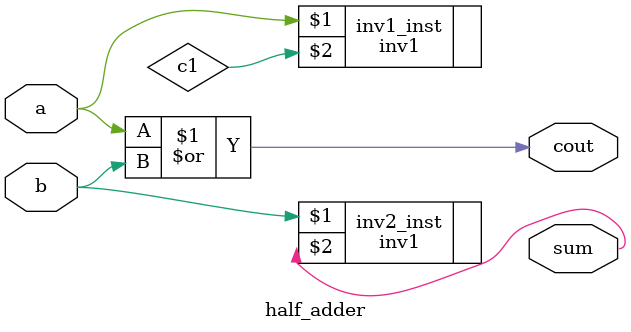
<source format=v>
module half_adder( 
input a, b,
output cout, sum );

wire c1;

inv1 inv1_inst( a, c1 ); // instantiate the first inverter.
inv1 inv2_inst( b, sum ); // instantiate the second inverter.


or u13(cout, a, b /* inputs */ ); // U13, a 3-input OR gate

endmodule

</source>
